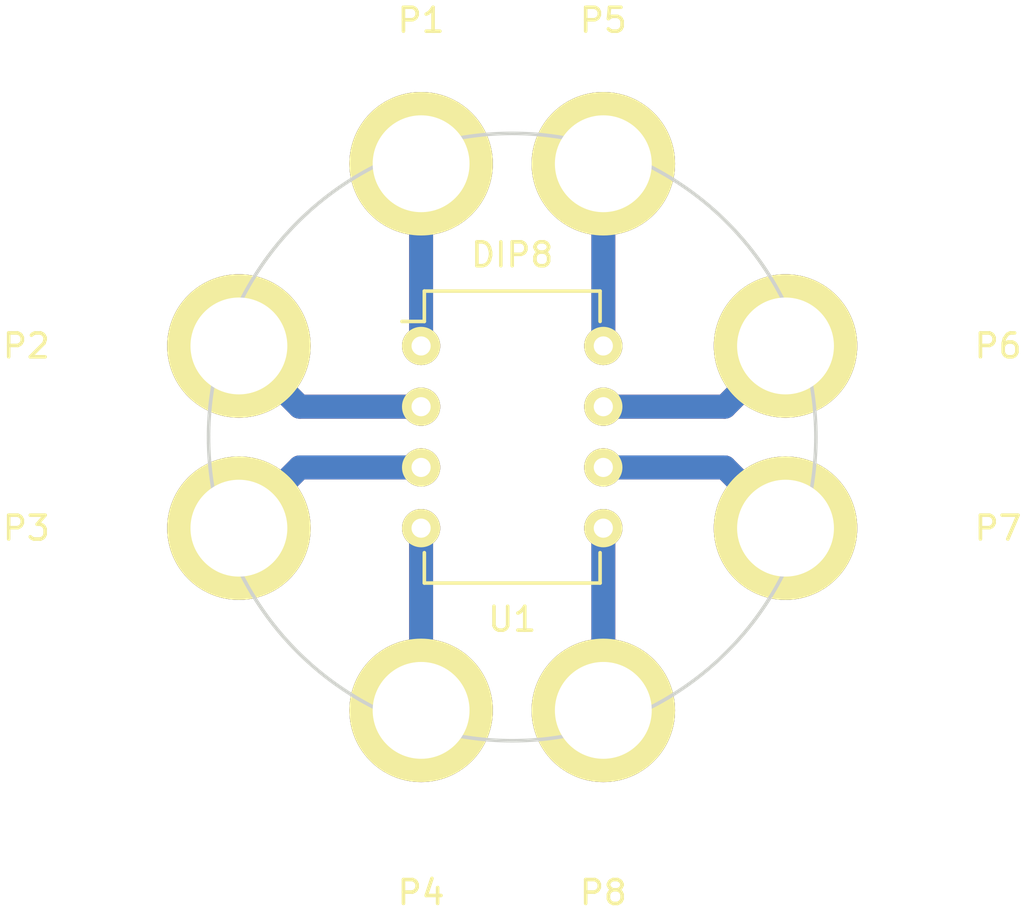
<source format=kicad_pcb>
(kicad_pcb (version 4) (host pcbnew 4.0.2+dfsg1-stable)

  (general
    (links 8)
    (no_connects 0)
    (area 147.33881 94.475 190.481191 133.055)
    (thickness 1.6)
    (drawings 1)
    (tracks 24)
    (zones 0)
    (modules 9)
    (nets 9)
  )

  (page A4)
  (layers
    (0 F.Cu signal)
    (31 B.Cu signal)
    (32 B.Adhes user)
    (33 F.Adhes user)
    (34 B.Paste user)
    (35 F.Paste user)
    (36 B.SilkS user)
    (37 F.SilkS user)
    (38 B.Mask user)
    (39 F.Mask user)
    (40 Dwgs.User user)
    (41 Cmts.User user)
    (42 Eco1.User user)
    (43 Eco2.User user)
    (44 Edge.Cuts user)
    (45 Margin user)
    (46 B.CrtYd user)
    (47 F.CrtYd user)
    (48 B.Fab user)
    (49 F.Fab user)
  )

  (setup
    (last_trace_width 0.25)
    (user_trace_width 1)
    (trace_clearance 0.2)
    (zone_clearance 0.508)
    (zone_45_only no)
    (trace_min 0.2)
    (segment_width 0.2)
    (edge_width 0.15)
    (via_size 0.6)
    (via_drill 0.4)
    (via_min_size 0.4)
    (via_min_drill 0.3)
    (uvia_size 0.3)
    (uvia_drill 0.1)
    (uvias_allowed no)
    (uvia_min_size 0.2)
    (uvia_min_drill 0.1)
    (pcb_text_width 0.3)
    (pcb_text_size 1.5 1.5)
    (mod_edge_width 0.15)
    (mod_text_size 1 1)
    (mod_text_width 0.15)
    (pad_size 6 6)
    (pad_drill 4.05)
    (pad_to_mask_clearance 0.2)
    (aux_axis_origin 0 0)
    (visible_elements 7FFFFFFF)
    (pcbplotparams
      (layerselection 0x00030_80000001)
      (usegerberextensions false)
      (excludeedgelayer true)
      (linewidth 0.100000)
      (plotframeref false)
      (viasonmask false)
      (mode 1)
      (useauxorigin false)
      (hpglpennumber 1)
      (hpglpenspeed 20)
      (hpglpendiameter 15)
      (hpglpenoverlay 2)
      (psnegative false)
      (psa4output false)
      (plotreference true)
      (plotvalue true)
      (plotinvisibletext false)
      (padsonsilk false)
      (subtractmaskfromsilk false)
      (outputformat 1)
      (mirror false)
      (drillshape 1)
      (scaleselection 1)
      (outputdirectory ""))
  )

  (net 0 "")
  (net 1 "Net-(P1-Pad1)")
  (net 2 "Net-(P2-Pad1)")
  (net 3 "Net-(P3-Pad1)")
  (net 4 "Net-(P4-Pad1)")
  (net 5 "Net-(P5-Pad1)")
  (net 6 "Net-(P6-Pad1)")
  (net 7 "Net-(P7-Pad1)")
  (net 8 "Net-(P8-Pad1)")

  (net_class Default "This is the default net class."
    (clearance 0.2)
    (trace_width 0.25)
    (via_dia 0.6)
    (via_drill 0.4)
    (uvia_dia 0.3)
    (uvia_drill 0.1)
    (add_net "Net-(P1-Pad1)")
    (add_net "Net-(P2-Pad1)")
    (add_net "Net-(P3-Pad1)")
    (add_net "Net-(P4-Pad1)")
    (add_net "Net-(P5-Pad1)")
    (add_net "Net-(P6-Pad1)")
    (add_net "Net-(P7-Pad1)")
    (add_net "Net-(P8-Pad1)")
  )

  (module custom_footprints:Magnet_4mmD (layer F.Cu) (tedit 5A6D6C88) (tstamp 5A6C1C04)
    (at 165.1 101.6)
    (path /5A6C1C1E)
    (fp_text reference P1 (at 0 -6) (layer F.SilkS)
      (effects (font (size 1 1) (thickness 0.15)))
    )
    (fp_text value M (at 0 -4) (layer F.Fab)
      (effects (font (size 1 1) (thickness 0.15)))
    )
    (pad 1 thru_hole circle (at 0 0) (size 6 6) (drill 4.05) (layers *.Cu *.Mask F.SilkS)
      (net 1 "Net-(P1-Pad1)"))
  )

  (module custom_footprints:Magnet_4mmD (layer F.Cu) (tedit 5A6D6C9D) (tstamp 5A6C1C09)
    (at 157.48 109.22)
    (path /5A6C1C9B)
    (fp_text reference P2 (at -8.89 0) (layer F.SilkS)
      (effects (font (size 1 1) (thickness 0.15)))
    )
    (fp_text value M (at -5.08 0) (layer F.Fab)
      (effects (font (size 1 1) (thickness 0.15)))
    )
    (pad 1 thru_hole circle (at 0 0) (size 6 6) (drill 4.05) (layers *.Cu *.Mask F.SilkS)
      (net 2 "Net-(P2-Pad1)"))
  )

  (module custom_footprints:Magnet_4mmD (layer F.Cu) (tedit 5A6D6C99) (tstamp 5A6C1C0E)
    (at 157.48 116.84)
    (path /5A6C1CB8)
    (fp_text reference P3 (at -8.89 0) (layer F.SilkS)
      (effects (font (size 1 1) (thickness 0.15)))
    )
    (fp_text value M (at -5.08 0) (layer F.Fab)
      (effects (font (size 1 1) (thickness 0.15)))
    )
    (pad 1 thru_hole circle (at 0 0) (size 6 6) (drill 4.05) (layers *.Cu *.Mask F.SilkS)
      (net 3 "Net-(P3-Pad1)"))
  )

  (module custom_footprints:Magnet_4mmD (layer F.Cu) (tedit 5A6D6C95) (tstamp 5A6C1C13)
    (at 165.1 124.46)
    (path /5A6C1CF2)
    (fp_text reference P4 (at 0 7.62) (layer F.SilkS)
      (effects (font (size 1 1) (thickness 0.15)))
    )
    (fp_text value M (at 0 5.08) (layer F.Fab)
      (effects (font (size 1 1) (thickness 0.15)))
    )
    (pad 1 thru_hole circle (at 0 0) (size 6 6) (drill 4.05) (layers *.Cu *.Mask F.SilkS)
      (net 4 "Net-(P4-Pad1)"))
  )

  (module custom_footprints:Magnet_4mmD (layer F.Cu) (tedit 5A6D6C85) (tstamp 5A6C1C18)
    (at 172.72 101.6)
    (path /5A6C1DBA)
    (fp_text reference P5 (at 0 -6) (layer F.SilkS)
      (effects (font (size 1 1) (thickness 0.15)))
    )
    (fp_text value M (at 0 -4) (layer F.Fab)
      (effects (font (size 1 1) (thickness 0.15)))
    )
    (pad 1 thru_hole circle (at 0 0) (size 6 6) (drill 4.05) (layers *.Cu *.Mask F.SilkS)
      (net 5 "Net-(P5-Pad1)"))
  )

  (module custom_footprints:Magnet_4mmD (layer F.Cu) (tedit 5A6D6C8B) (tstamp 5A6C1C1D)
    (at 180.34 109.22)
    (path /5A6C1D8E)
    (fp_text reference P6 (at 8.89 0) (layer F.SilkS)
      (effects (font (size 1 1) (thickness 0.15)))
    )
    (fp_text value M (at 6.35 0) (layer F.Fab)
      (effects (font (size 1 1) (thickness 0.15)))
    )
    (pad 1 thru_hole circle (at 0 0) (size 6 6) (drill 4.05) (layers *.Cu *.Mask F.SilkS)
      (net 6 "Net-(P6-Pad1)"))
  )

  (module custom_footprints:Magnet_4mmD (layer F.Cu) (tedit 5A6D6C8E) (tstamp 5A6C1C22)
    (at 180.34 116.84)
    (path /5A6C1D65)
    (fp_text reference P7 (at 8.89 0) (layer F.SilkS)
      (effects (font (size 1 1) (thickness 0.15)))
    )
    (fp_text value M (at 6.35 0) (layer F.Fab)
      (effects (font (size 1 1) (thickness 0.15)))
    )
    (pad 1 thru_hole circle (at 0 0) (size 6 6) (drill 4.05) (layers *.Cu *.Mask F.SilkS)
      (net 7 "Net-(P7-Pad1)"))
  )

  (module custom_footprints:Magnet_4mmD (layer F.Cu) (tedit 5A6D6C91) (tstamp 5A6C1C27)
    (at 172.72 124.46)
    (path /5A6C1D15)
    (fp_text reference P8 (at 0 7.62) (layer F.SilkS)
      (effects (font (size 1 1) (thickness 0.15)))
    )
    (fp_text value M (at 0 5.08) (layer F.Fab)
      (effects (font (size 1 1) (thickness 0.15)))
    )
    (pad 1 thru_hole circle (at 0 0) (size 6 6) (drill 4.05) (layers *.Cu *.Mask F.SilkS)
      (net 8 "Net-(P8-Pad1)"))
  )

  (module Housings_DIP:DIP-8_W7.62mm (layer F.Cu) (tedit 5A6C1CBD) (tstamp 5A6C1C33)
    (at 165.1 109.22)
    (descr "8-lead dip package, row spacing 7.62 mm (300 mils)")
    (tags "dil dip 2.54 300")
    (path /5A6C1BEE)
    (fp_text reference U1 (at 3.81 11.43) (layer F.SilkS)
      (effects (font (size 1 1) (thickness 0.15)))
    )
    (fp_text value DIP8 (at 3.81 -3.81) (layer F.SilkS)
      (effects (font (size 1 1) (thickness 0.15)))
    )
    (fp_line (start -1.05 -2.45) (end -1.05 10.1) (layer F.CrtYd) (width 0.05))
    (fp_line (start 8.65 -2.45) (end 8.65 10.1) (layer F.CrtYd) (width 0.05))
    (fp_line (start -1.05 -2.45) (end 8.65 -2.45) (layer F.CrtYd) (width 0.05))
    (fp_line (start -1.05 10.1) (end 8.65 10.1) (layer F.CrtYd) (width 0.05))
    (fp_line (start 0.135 -2.295) (end 0.135 -1.025) (layer F.SilkS) (width 0.15))
    (fp_line (start 7.485 -2.295) (end 7.485 -1.025) (layer F.SilkS) (width 0.15))
    (fp_line (start 7.485 9.915) (end 7.485 8.645) (layer F.SilkS) (width 0.15))
    (fp_line (start 0.135 9.915) (end 0.135 8.645) (layer F.SilkS) (width 0.15))
    (fp_line (start 0.135 -2.295) (end 7.485 -2.295) (layer F.SilkS) (width 0.15))
    (fp_line (start 0.135 9.915) (end 7.485 9.915) (layer F.SilkS) (width 0.15))
    (fp_line (start 0.135 -1.025) (end -0.8 -1.025) (layer F.SilkS) (width 0.15))
    (pad 1 thru_hole oval (at 0 0) (size 1.6 1.6) (drill 0.8) (layers *.Cu *.Mask F.SilkS)
      (net 1 "Net-(P1-Pad1)"))
    (pad 2 thru_hole oval (at 0 2.54) (size 1.6 1.6) (drill 0.8) (layers *.Cu *.Mask F.SilkS)
      (net 2 "Net-(P2-Pad1)"))
    (pad 3 thru_hole oval (at 0 5.08) (size 1.6 1.6) (drill 0.8) (layers *.Cu *.Mask F.SilkS)
      (net 3 "Net-(P3-Pad1)"))
    (pad 4 thru_hole oval (at 0 7.62) (size 1.6 1.6) (drill 0.8) (layers *.Cu *.Mask F.SilkS)
      (net 4 "Net-(P4-Pad1)"))
    (pad 5 thru_hole oval (at 7.62 7.62) (size 1.6 1.6) (drill 0.8) (layers *.Cu *.Mask F.SilkS)
      (net 8 "Net-(P8-Pad1)"))
    (pad 6 thru_hole oval (at 7.62 5.08) (size 1.6 1.6) (drill 0.8) (layers *.Cu *.Mask F.SilkS)
      (net 7 "Net-(P7-Pad1)"))
    (pad 7 thru_hole oval (at 7.62 2.54) (size 1.6 1.6) (drill 0.8) (layers *.Cu *.Mask F.SilkS)
      (net 6 "Net-(P6-Pad1)"))
    (pad 8 thru_hole oval (at 7.62 0) (size 1.6 1.6) (drill 0.8) (layers *.Cu *.Mask F.SilkS)
      (net 5 "Net-(P5-Pad1)"))
    (model Housings_DIP.3dshapes/DIP-8_W7.62mm.wrl
      (at (xyz 0 0 0))
      (scale (xyz 1 1 1))
      (rotate (xyz 0 0 0))
    )
  )

  (gr_circle (center 168.91 113.03) (end 168.91 100.33) (layer Edge.Cuts) (width 0.15))

  (segment (start 165.1 109.22) (end 165.1 101.6) (width 1) (layer B.Cu) (net 1))
  (segment (start 165.1 101.6) (end 165.1 109.22) (width 1) (layer F.Cu) (net 1))
  (segment (start 165.1 111.76) (end 160.02 111.76) (width 1) (layer B.Cu) (net 2))
  (segment (start 160.02 111.76) (end 157.48 109.22) (width 1) (layer B.Cu) (net 2) (tstamp 5A6C1D86))
  (segment (start 165.1 111.76) (end 160.02 111.76) (width 1) (layer F.Cu) (net 2))
  (segment (start 160.02 111.76) (end 157.48 109.22) (width 1) (layer F.Cu) (net 2) (tstamp 5A6C1D60))
  (segment (start 165.1 114.3) (end 160.02 114.3) (width 1) (layer B.Cu) (net 3))
  (segment (start 160.02 114.3) (end 157.48 116.84) (width 1) (layer B.Cu) (net 3) (tstamp 5A6C1D88))
  (segment (start 165.1 114.3) (end 160.02 114.3) (width 1) (layer F.Cu) (net 3))
  (segment (start 160.02 114.3) (end 157.48 116.84) (width 1) (layer F.Cu) (net 3) (tstamp 5A6C1D62))
  (segment (start 165.1 116.84) (end 165.1 124.46) (width 1) (layer B.Cu) (net 4))
  (segment (start 165.1 124.46) (end 165.1 116.84) (width 1) (layer F.Cu) (net 4))
  (segment (start 172.72 109.22) (end 172.72 101.6) (width 1) (layer B.Cu) (net 5))
  (segment (start 172.72 109.22) (end 172.72 101.6) (width 1) (layer F.Cu) (net 5))
  (segment (start 172.72 111.76) (end 177.8 111.76) (width 1) (layer B.Cu) (net 6))
  (segment (start 177.8 111.76) (end 180.34 109.22) (width 1) (layer B.Cu) (net 6) (tstamp 5A6C1D7F))
  (segment (start 172.72 111.76) (end 177.8 111.76) (width 1) (layer F.Cu) (net 6))
  (segment (start 177.8 111.76) (end 180.34 109.22) (width 1) (layer F.Cu) (net 6) (tstamp 5A6C1D64))
  (segment (start 172.72 114.3) (end 177.8 114.3) (width 1) (layer B.Cu) (net 7))
  (segment (start 177.8 114.3) (end 180.34 116.84) (width 1) (layer B.Cu) (net 7) (tstamp 5A6C1D7D))
  (segment (start 172.72 114.3) (end 177.8 114.3) (width 1) (layer F.Cu) (net 7))
  (segment (start 177.8 114.3) (end 180.34 116.84) (width 1) (layer F.Cu) (net 7) (tstamp 5A6C1D66))
  (segment (start 172.72 116.84) (end 172.72 124.46) (width 1) (layer B.Cu) (net 8))
  (segment (start 172.72 116.84) (end 172.72 124.46) (width 1) (layer F.Cu) (net 8))

)

</source>
